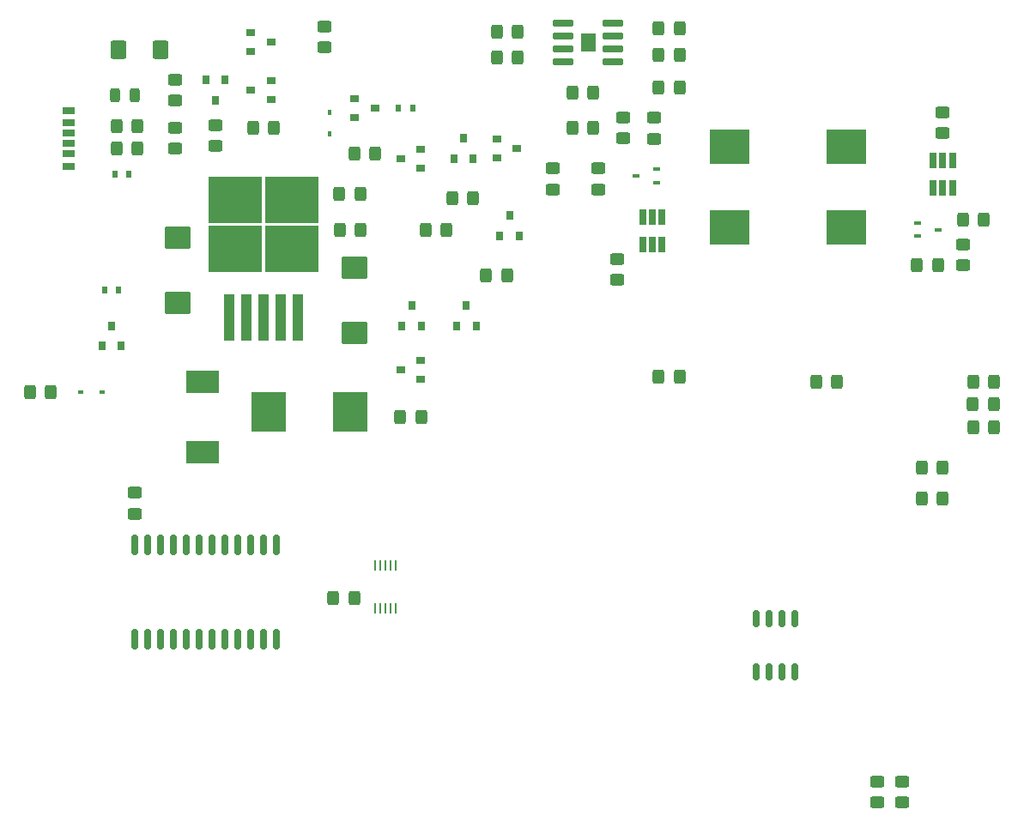
<source format=gbr>
G04 #@! TF.GenerationSoftware,KiCad,Pcbnew,7.0.2-6a45011f42~172~ubuntu22.04.1*
G04 #@! TF.CreationDate,2023-04-26T17:59:51-03:00*
G04 #@! TF.ProjectId,envcity_aqm_v2_2layers,656e7663-6974-4795-9f61-716d5f76325f,rev?*
G04 #@! TF.SameCoordinates,Original*
G04 #@! TF.FileFunction,Paste,Top*
G04 #@! TF.FilePolarity,Positive*
%FSLAX46Y46*%
G04 Gerber Fmt 4.6, Leading zero omitted, Abs format (unit mm)*
G04 Created by KiCad (PCBNEW 7.0.2-6a45011f42~172~ubuntu22.04.1) date 2023-04-26 17:59:51*
%MOMM*%
%LPD*%
G01*
G04 APERTURE LIST*
G04 Aperture macros list*
%AMRoundRect*
0 Rectangle with rounded corners*
0 $1 Rounding radius*
0 $2 $3 $4 $5 $6 $7 $8 $9 X,Y pos of 4 corners*
0 Add a 4 corners polygon primitive as box body*
4,1,4,$2,$3,$4,$5,$6,$7,$8,$9,$2,$3,0*
0 Add four circle primitives for the rounded corners*
1,1,$1+$1,$2,$3*
1,1,$1+$1,$4,$5*
1,1,$1+$1,$6,$7*
1,1,$1+$1,$8,$9*
0 Add four rect primitives between the rounded corners*
20,1,$1+$1,$2,$3,$4,$5,0*
20,1,$1+$1,$4,$5,$6,$7,0*
20,1,$1+$1,$6,$7,$8,$9,0*
20,1,$1+$1,$8,$9,$2,$3,0*%
G04 Aperture macros list end*
%ADD10C,0.010000*%
%ADD11RoundRect,0.250000X0.450000X-0.325000X0.450000X0.325000X-0.450000X0.325000X-0.450000X-0.325000X0*%
%ADD12RoundRect,0.250000X0.325000X0.450000X-0.325000X0.450000X-0.325000X-0.450000X0.325000X-0.450000X0*%
%ADD13RoundRect,0.250000X1.025000X-0.875000X1.025000X0.875000X-1.025000X0.875000X-1.025000X-0.875000X0*%
%ADD14RoundRect,0.250000X-0.325000X-0.450000X0.325000X-0.450000X0.325000X0.450000X-0.325000X0.450000X0*%
%ADD15RoundRect,0.250000X-0.450000X0.325000X-0.450000X-0.325000X0.450000X-0.325000X0.450000X0.325000X0*%
%ADD16R,0.600000X0.700000*%
%ADD17R,0.600000X0.450000*%
%ADD18R,0.450000X0.600000*%
%ADD19R,3.200000X2.250000*%
%ADD20R,0.700000X0.450000*%
%ADD21RoundRect,0.243750X0.243750X0.456250X-0.243750X0.456250X-0.243750X-0.456250X0.243750X-0.456250X0*%
%ADD22RoundRect,0.250000X-0.537500X-0.650000X0.537500X-0.650000X0.537500X0.650000X-0.537500X0.650000X0*%
%ADD23RoundRect,0.150000X0.150000X-0.675000X0.150000X0.675000X-0.150000X0.675000X-0.150000X-0.675000X0*%
%ADD24R,1.200000X0.700000*%
%ADD25R,1.200000X0.760000*%
%ADD26R,1.200000X0.800000*%
%ADD27R,3.500000X4.000000*%
%ADD28R,4.000000X3.500000*%
%ADD29R,0.900000X0.800000*%
%ADD30R,0.800000X0.900000*%
%ADD31R,0.250000X1.100000*%
%ADD32RoundRect,0.150000X0.150000X-0.875000X0.150000X0.875000X-0.150000X0.875000X-0.150000X-0.875000X0*%
%ADD33R,1.100000X4.600000*%
%ADD34R,5.250000X4.550000*%
%ADD35RoundRect,0.042000X0.943000X0.258000X-0.943000X0.258000X-0.943000X-0.258000X0.943000X-0.258000X0*%
%ADD36R,0.650000X1.560000*%
G04 APERTURE END LIST*
D10*
X180645000Y-73320000D02*
X179355000Y-73320000D01*
X179355000Y-71680000D01*
X180645000Y-71680000D01*
X180645000Y-73320000D01*
G36*
X180645000Y-73320000D02*
G01*
X179355000Y-73320000D01*
X179355000Y-71680000D01*
X180645000Y-71680000D01*
X180645000Y-73320000D01*
G37*
D11*
X135250000Y-119025000D03*
X135250000Y-116975000D03*
D12*
X154875000Y-127350000D03*
X156925000Y-127350000D03*
D13*
X139500000Y-91800000D03*
X139500000Y-98200000D03*
X157000000Y-101200000D03*
X157000000Y-94800000D03*
D14*
X189025000Y-73775000D03*
X186975000Y-73775000D03*
X186975000Y-71175000D03*
X189025000Y-71175000D03*
D12*
X159025000Y-83500000D03*
X156975000Y-83500000D03*
D14*
X216950000Y-90000000D03*
X219000000Y-90000000D03*
D11*
X215000000Y-79450000D03*
X215000000Y-81500000D03*
D15*
X181000000Y-87025000D03*
X181000000Y-84975000D03*
X182875000Y-93900000D03*
X182875000Y-95950000D03*
X211000000Y-145475000D03*
X211000000Y-147525000D03*
X208500000Y-147525000D03*
X208500000Y-145475000D03*
D16*
X134700000Y-85500000D03*
X133300000Y-85500000D03*
D11*
X139250000Y-80975000D03*
X139250000Y-83025000D03*
D17*
X129950000Y-107000000D03*
X132050000Y-107000000D03*
D16*
X132300000Y-97000000D03*
X133700000Y-97000000D03*
D18*
X154500000Y-81550000D03*
X154500000Y-79450000D03*
D16*
X161300000Y-79000000D03*
X162700000Y-79000000D03*
D14*
X178475000Y-77500000D03*
X180525000Y-77500000D03*
X178475000Y-81000000D03*
X180525000Y-81000000D03*
D19*
X142000000Y-106050000D03*
X142000000Y-112950000D03*
D12*
X157525000Y-87500000D03*
X155475000Y-87500000D03*
D20*
X212500000Y-90350000D03*
X212500000Y-91650000D03*
X214500000Y-91000000D03*
D14*
X212450000Y-94500000D03*
X214500000Y-94500000D03*
D20*
X186750000Y-86350000D03*
X186750000Y-85050000D03*
X184750000Y-85700000D03*
D15*
X186500000Y-82025000D03*
X186500000Y-79975000D03*
D21*
X135250000Y-77750000D03*
X133375000Y-77750000D03*
D22*
X133662500Y-73250000D03*
X137837500Y-73250000D03*
D23*
X196595000Y-134625000D03*
X197865000Y-134625000D03*
X199135000Y-134625000D03*
X200405000Y-134625000D03*
X200405000Y-129375000D03*
X199135000Y-129375000D03*
X197865000Y-129375000D03*
X196595000Y-129375000D03*
D24*
X128780000Y-81500000D03*
D25*
X128780000Y-83520000D03*
D26*
X128780000Y-84750000D03*
D24*
X128780000Y-82500000D03*
D25*
X128780000Y-80480000D03*
D26*
X128780000Y-79250000D03*
D27*
X148500000Y-109000000D03*
X156500000Y-109000000D03*
D28*
X205500000Y-90800000D03*
X205500000Y-82800000D03*
X194000000Y-90800000D03*
X194000000Y-82800000D03*
D29*
X146750000Y-77250000D03*
X148750000Y-76300000D03*
X148750000Y-78200000D03*
D30*
X162600000Y-98500000D03*
X163550000Y-100500000D03*
X161650000Y-100500000D03*
X143250000Y-78250000D03*
X142300000Y-76250000D03*
X144200000Y-76250000D03*
D29*
X146750000Y-71550000D03*
X146750000Y-73450000D03*
X148750000Y-72500000D03*
X161500000Y-84000000D03*
X163500000Y-83050000D03*
X163500000Y-84950000D03*
D30*
X168000000Y-98500000D03*
X168950000Y-100500000D03*
X167050000Y-100500000D03*
D29*
X163500000Y-105800000D03*
X163500000Y-103900000D03*
X161500000Y-104850000D03*
D30*
X166750000Y-84000000D03*
X168650000Y-84000000D03*
X167700000Y-82000000D03*
X132050000Y-102500000D03*
X133950000Y-102500000D03*
X133000000Y-100500000D03*
D29*
X171000000Y-82050000D03*
X171000000Y-83950000D03*
X173000000Y-83000000D03*
D30*
X172250000Y-89600000D03*
X173200000Y-91600000D03*
X171300000Y-91600000D03*
D29*
X157000000Y-78050000D03*
X157000000Y-79950000D03*
X159000000Y-79000000D03*
D15*
X139250000Y-78250000D03*
X139250000Y-76200000D03*
D14*
X189025000Y-105500000D03*
X186975000Y-105500000D03*
X133475000Y-80750000D03*
X135525000Y-80750000D03*
X135550000Y-83000000D03*
X133500000Y-83000000D03*
D12*
X166025000Y-91000000D03*
X163975000Y-91000000D03*
D15*
X143250000Y-80700000D03*
X143250000Y-82750000D03*
D12*
X146975000Y-81000000D03*
X149025000Y-81000000D03*
D14*
X172000000Y-95500000D03*
X169950000Y-95500000D03*
X161475000Y-109500000D03*
X163525000Y-109500000D03*
X202475000Y-106000000D03*
X204525000Y-106000000D03*
X220025000Y-110500000D03*
X217975000Y-110500000D03*
X217950000Y-108250000D03*
X220000000Y-108250000D03*
X220025000Y-106000000D03*
X217975000Y-106000000D03*
D12*
X127025000Y-107000000D03*
X124975000Y-107000000D03*
D15*
X176525000Y-84975000D03*
X176525000Y-87025000D03*
D12*
X166575000Y-87900000D03*
X168625000Y-87900000D03*
D11*
X154000000Y-73025000D03*
X154000000Y-70975000D03*
D14*
X215000000Y-114500000D03*
X212950000Y-114500000D03*
X212950000Y-117500000D03*
X215000000Y-117500000D03*
D12*
X155500000Y-91000000D03*
X157550000Y-91000000D03*
D14*
X170975000Y-71500000D03*
X173025000Y-71500000D03*
X173025000Y-74000000D03*
X170975000Y-74000000D03*
X186975000Y-77000000D03*
X189025000Y-77000000D03*
D15*
X217000000Y-94525000D03*
X217000000Y-92475000D03*
X183500000Y-79950000D03*
X183500000Y-82000000D03*
D31*
X161000000Y-124100000D03*
X160500000Y-124100000D03*
X160000000Y-124100000D03*
X159500000Y-124100000D03*
X159000000Y-124100000D03*
X159000000Y-128400000D03*
X159500000Y-128400000D03*
X160000000Y-128400000D03*
X160500000Y-128400000D03*
X161000000Y-128400000D03*
D32*
X135265000Y-131400000D03*
X136535000Y-131400000D03*
X137805000Y-131400000D03*
X139075000Y-131400000D03*
X140345000Y-131400000D03*
X141615000Y-131400000D03*
X142885000Y-131400000D03*
X144155000Y-131400000D03*
X145425000Y-131400000D03*
X146695000Y-131400000D03*
X147965000Y-131400000D03*
X149235000Y-131400000D03*
X149235000Y-122100000D03*
X147965000Y-122100000D03*
X146695000Y-122100000D03*
X145425000Y-122100000D03*
X144155000Y-122100000D03*
X142885000Y-122100000D03*
X141615000Y-122100000D03*
X140345000Y-122100000D03*
X139075000Y-122100000D03*
X137805000Y-122100000D03*
X136535000Y-122100000D03*
X135265000Y-122100000D03*
D33*
X144600000Y-99650000D03*
X146300000Y-99650000D03*
X148000000Y-99650000D03*
X149700000Y-99650000D03*
X151400000Y-99650000D03*
D34*
X150775000Y-88075000D03*
X145225000Y-92925000D03*
X145225000Y-88075000D03*
X150775000Y-92925000D03*
D35*
X182475000Y-74405000D03*
X182475000Y-73135000D03*
X182475000Y-71865000D03*
X182475000Y-70595000D03*
X177525000Y-70595000D03*
X177525000Y-71865000D03*
X177525000Y-73135000D03*
X177525000Y-74405000D03*
D36*
X214050000Y-86850000D03*
X215000000Y-86850000D03*
X215950000Y-86850000D03*
X215950000Y-84150000D03*
X214050000Y-84150000D03*
X215000000Y-84150000D03*
X187300000Y-89750000D03*
X186350000Y-89750000D03*
X185400000Y-89750000D03*
X185400000Y-92450000D03*
X187300000Y-92450000D03*
X186350000Y-92450000D03*
M02*

</source>
